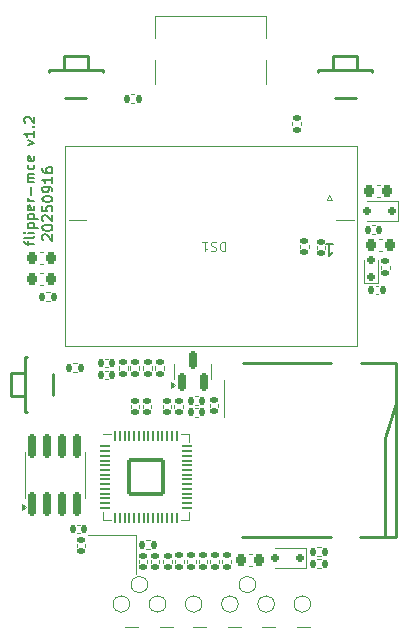
<source format=gbr>
%TF.GenerationSoftware,KiCad,Pcbnew,9.0.0*%
%TF.CreationDate,2025-09-16T23:46:19+02:00*%
%TF.ProjectId,flipper-mce,666c6970-7065-4722-9d6d-63652e6b6963,rev?*%
%TF.SameCoordinates,Original*%
%TF.FileFunction,Legend,Top*%
%TF.FilePolarity,Positive*%
%FSLAX46Y46*%
G04 Gerber Fmt 4.6, Leading zero omitted, Abs format (unit mm)*
G04 Created by KiCad (PCBNEW 9.0.0) date 2025-09-16 23:46:19*
%MOMM*%
%LPD*%
G01*
G04 APERTURE LIST*
G04 Aperture macros list*
%AMRoundRect*
0 Rectangle with rounded corners*
0 $1 Rounding radius*
0 $2 $3 $4 $5 $6 $7 $8 $9 X,Y pos of 4 corners*
0 Add a 4 corners polygon primitive as box body*
4,1,4,$2,$3,$4,$5,$6,$7,$8,$9,$2,$3,0*
0 Add four circle primitives for the rounded corners*
1,1,$1+$1,$2,$3*
1,1,$1+$1,$4,$5*
1,1,$1+$1,$6,$7*
1,1,$1+$1,$8,$9*
0 Add four rect primitives between the rounded corners*
20,1,$1+$1,$2,$3,$4,$5,0*
20,1,$1+$1,$4,$5,$6,$7,0*
20,1,$1+$1,$6,$7,$8,$9,0*
20,1,$1+$1,$8,$9,$2,$3,0*%
G04 Aperture macros list end*
%ADD10C,0.150000*%
%ADD11C,0.125000*%
%ADD12C,0.120000*%
%ADD13C,0.254000*%
%ADD14C,0.102000*%
%ADD15RoundRect,0.140000X-0.140000X-0.170000X0.140000X-0.170000X0.140000X0.170000X-0.140000X0.170000X0*%
%ADD16RoundRect,0.135000X0.185000X-0.135000X0.185000X0.135000X-0.185000X0.135000X-0.185000X-0.135000X0*%
%ADD17RoundRect,0.225000X-0.225000X-0.250000X0.225000X-0.250000X0.225000X0.250000X-0.225000X0.250000X0*%
%ADD18C,1.000000*%
%ADD19RoundRect,0.076200X-0.593701X-1.885878X0.593701X-1.885878X0.593701X1.885878X-0.593701X1.885878X0*%
%ADD20RoundRect,0.076200X-0.593701X-2.339885X0.593701X-2.339885X0.593701X2.339885X-0.593701X2.339885X0*%
%ADD21RoundRect,0.076200X-0.593701X-2.095420X0.593701X-2.095420X0.593701X2.095420X-0.593701X2.095420X0*%
%ADD22RoundRect,0.076200X-0.593701X-1.571565X0.593701X-1.571565X0.593701X1.571565X-0.593701X1.571565X0*%
%ADD23RoundRect,0.050000X0.387500X0.050000X-0.387500X0.050000X-0.387500X-0.050000X0.387500X-0.050000X0*%
%ADD24RoundRect,0.050000X0.050000X0.387500X-0.050000X0.387500X-0.050000X-0.387500X0.050000X-0.387500X0*%
%ADD25RoundRect,0.144000X1.456000X1.456000X-1.456000X1.456000X-1.456000X-1.456000X1.456000X-1.456000X0*%
%ADD26RoundRect,0.135000X-0.185000X0.135000X-0.185000X-0.135000X0.185000X-0.135000X0.185000X0.135000X0*%
%ADD27RoundRect,0.135000X0.135000X0.185000X-0.135000X0.185000X-0.135000X-0.185000X0.135000X-0.185000X0*%
%ADD28RoundRect,0.140000X0.170000X-0.140000X0.170000X0.140000X-0.170000X0.140000X-0.170000X-0.140000X0*%
%ADD29RoundRect,0.140000X-0.170000X0.140000X-0.170000X-0.140000X0.170000X-0.140000X0.170000X0.140000X0*%
%ADD30RoundRect,0.140000X0.140000X0.170000X-0.140000X0.170000X-0.140000X-0.170000X0.140000X-0.170000X0*%
%ADD31RoundRect,0.150000X-0.200000X0.150000X-0.200000X-0.150000X0.200000X-0.150000X0.200000X0.150000X0*%
%ADD32RoundRect,0.135000X-0.135000X-0.185000X0.135000X-0.185000X0.135000X0.185000X-0.135000X0.185000X0*%
%ADD33RoundRect,0.225000X0.225000X0.250000X-0.225000X0.250000X-0.225000X-0.250000X0.225000X-0.250000X0*%
%ADD34RoundRect,0.150000X0.150000X-0.587500X0.150000X0.587500X-0.150000X0.587500X-0.150000X-0.587500X0*%
%ADD35C,0.650000*%
%ADD36R,0.600000X1.450000*%
%ADD37R,0.300000X1.450000*%
%ADD38O,1.000000X2.100000*%
%ADD39O,1.000000X1.600000*%
%ADD40C,0.700000*%
%ADD41R,1.200000X0.900000*%
%ADD42R,1.300000X1.200000*%
%ADD43R,0.900000X1.200000*%
%ADD44R,1.200000X1.300000*%
%ADD45R,1.400000X1.200000*%
%ADD46RoundRect,0.150000X0.150000X-0.825000X0.150000X0.825000X-0.150000X0.825000X-0.150000X-0.825000X0*%
%ADD47C,0.900000*%
%ADD48R,1.300000X0.600000*%
%ADD49R,2.000000X1.200000*%
%ADD50R,0.900000X0.300000*%
%ADD51R,0.250000X1.650000*%
%ADD52RoundRect,0.150000X0.150000X0.175000X-0.150000X0.175000X-0.150000X-0.175000X0.150000X-0.175000X0*%
%ADD53R,0.400000X2.000000*%
G04 APERTURE END LIST*
D10*
X174249129Y-74085411D02*
X174208653Y-74044935D01*
X174208653Y-74044935D02*
X174168177Y-73963982D01*
X174168177Y-73963982D02*
X174168177Y-73761601D01*
X174168177Y-73761601D02*
X174208653Y-73680649D01*
X174208653Y-73680649D02*
X174249129Y-73640173D01*
X174249129Y-73640173D02*
X174330081Y-73599696D01*
X174330081Y-73599696D02*
X174411034Y-73599696D01*
X174411034Y-73599696D02*
X174532462Y-73640173D01*
X174532462Y-73640173D02*
X175018177Y-74125887D01*
X175018177Y-74125887D02*
X175018177Y-73599696D01*
X174168177Y-73073506D02*
X174168177Y-72992553D01*
X174168177Y-72992553D02*
X174208653Y-72911601D01*
X174208653Y-72911601D02*
X174249129Y-72871125D01*
X174249129Y-72871125D02*
X174330081Y-72830649D01*
X174330081Y-72830649D02*
X174491986Y-72790172D01*
X174491986Y-72790172D02*
X174694367Y-72790172D01*
X174694367Y-72790172D02*
X174856272Y-72830649D01*
X174856272Y-72830649D02*
X174937224Y-72871125D01*
X174937224Y-72871125D02*
X174977701Y-72911601D01*
X174977701Y-72911601D02*
X175018177Y-72992553D01*
X175018177Y-72992553D02*
X175018177Y-73073506D01*
X175018177Y-73073506D02*
X174977701Y-73154458D01*
X174977701Y-73154458D02*
X174937224Y-73194934D01*
X174937224Y-73194934D02*
X174856272Y-73235411D01*
X174856272Y-73235411D02*
X174694367Y-73275887D01*
X174694367Y-73275887D02*
X174491986Y-73275887D01*
X174491986Y-73275887D02*
X174330081Y-73235411D01*
X174330081Y-73235411D02*
X174249129Y-73194934D01*
X174249129Y-73194934D02*
X174208653Y-73154458D01*
X174208653Y-73154458D02*
X174168177Y-73073506D01*
X174249129Y-72466363D02*
X174208653Y-72425887D01*
X174208653Y-72425887D02*
X174168177Y-72344934D01*
X174168177Y-72344934D02*
X174168177Y-72142553D01*
X174168177Y-72142553D02*
X174208653Y-72061601D01*
X174208653Y-72061601D02*
X174249129Y-72021125D01*
X174249129Y-72021125D02*
X174330081Y-71980648D01*
X174330081Y-71980648D02*
X174411034Y-71980648D01*
X174411034Y-71980648D02*
X174532462Y-72021125D01*
X174532462Y-72021125D02*
X175018177Y-72506839D01*
X175018177Y-72506839D02*
X175018177Y-71980648D01*
X174168177Y-71211601D02*
X174168177Y-71616363D01*
X174168177Y-71616363D02*
X174572939Y-71656839D01*
X174572939Y-71656839D02*
X174532462Y-71616363D01*
X174532462Y-71616363D02*
X174491986Y-71535410D01*
X174491986Y-71535410D02*
X174491986Y-71333029D01*
X174491986Y-71333029D02*
X174532462Y-71252077D01*
X174532462Y-71252077D02*
X174572939Y-71211601D01*
X174572939Y-71211601D02*
X174653891Y-71171124D01*
X174653891Y-71171124D02*
X174856272Y-71171124D01*
X174856272Y-71171124D02*
X174937224Y-71211601D01*
X174937224Y-71211601D02*
X174977701Y-71252077D01*
X174977701Y-71252077D02*
X175018177Y-71333029D01*
X175018177Y-71333029D02*
X175018177Y-71535410D01*
X175018177Y-71535410D02*
X174977701Y-71616363D01*
X174977701Y-71616363D02*
X174937224Y-71656839D01*
X174168177Y-70644934D02*
X174168177Y-70563981D01*
X174168177Y-70563981D02*
X174208653Y-70483029D01*
X174208653Y-70483029D02*
X174249129Y-70442553D01*
X174249129Y-70442553D02*
X174330081Y-70402077D01*
X174330081Y-70402077D02*
X174491986Y-70361600D01*
X174491986Y-70361600D02*
X174694367Y-70361600D01*
X174694367Y-70361600D02*
X174856272Y-70402077D01*
X174856272Y-70402077D02*
X174937224Y-70442553D01*
X174937224Y-70442553D02*
X174977701Y-70483029D01*
X174977701Y-70483029D02*
X175018177Y-70563981D01*
X175018177Y-70563981D02*
X175018177Y-70644934D01*
X175018177Y-70644934D02*
X174977701Y-70725886D01*
X174977701Y-70725886D02*
X174937224Y-70766362D01*
X174937224Y-70766362D02*
X174856272Y-70806839D01*
X174856272Y-70806839D02*
X174694367Y-70847315D01*
X174694367Y-70847315D02*
X174491986Y-70847315D01*
X174491986Y-70847315D02*
X174330081Y-70806839D01*
X174330081Y-70806839D02*
X174249129Y-70766362D01*
X174249129Y-70766362D02*
X174208653Y-70725886D01*
X174208653Y-70725886D02*
X174168177Y-70644934D01*
X175018177Y-69956838D02*
X175018177Y-69794934D01*
X175018177Y-69794934D02*
X174977701Y-69713981D01*
X174977701Y-69713981D02*
X174937224Y-69673505D01*
X174937224Y-69673505D02*
X174815796Y-69592553D01*
X174815796Y-69592553D02*
X174653891Y-69552076D01*
X174653891Y-69552076D02*
X174330081Y-69552076D01*
X174330081Y-69552076D02*
X174249129Y-69592553D01*
X174249129Y-69592553D02*
X174208653Y-69633029D01*
X174208653Y-69633029D02*
X174168177Y-69713981D01*
X174168177Y-69713981D02*
X174168177Y-69875886D01*
X174168177Y-69875886D02*
X174208653Y-69956838D01*
X174208653Y-69956838D02*
X174249129Y-69997315D01*
X174249129Y-69997315D02*
X174330081Y-70037791D01*
X174330081Y-70037791D02*
X174532462Y-70037791D01*
X174532462Y-70037791D02*
X174613415Y-69997315D01*
X174613415Y-69997315D02*
X174653891Y-69956838D01*
X174653891Y-69956838D02*
X174694367Y-69875886D01*
X174694367Y-69875886D02*
X174694367Y-69713981D01*
X174694367Y-69713981D02*
X174653891Y-69633029D01*
X174653891Y-69633029D02*
X174613415Y-69592553D01*
X174613415Y-69592553D02*
X174532462Y-69552076D01*
X175018177Y-68742552D02*
X175018177Y-69228267D01*
X175018177Y-68985410D02*
X174168177Y-68985410D01*
X174168177Y-68985410D02*
X174289605Y-69066362D01*
X174289605Y-69066362D02*
X174370558Y-69147314D01*
X174370558Y-69147314D02*
X174411034Y-69228267D01*
X174168177Y-68013981D02*
X174168177Y-68175886D01*
X174168177Y-68175886D02*
X174208653Y-68256838D01*
X174208653Y-68256838D02*
X174249129Y-68297314D01*
X174249129Y-68297314D02*
X174370558Y-68378267D01*
X174370558Y-68378267D02*
X174532462Y-68418743D01*
X174532462Y-68418743D02*
X174856272Y-68418743D01*
X174856272Y-68418743D02*
X174937224Y-68378267D01*
X174937224Y-68378267D02*
X174977701Y-68337790D01*
X174977701Y-68337790D02*
X175018177Y-68256838D01*
X175018177Y-68256838D02*
X175018177Y-68094933D01*
X175018177Y-68094933D02*
X174977701Y-68013981D01*
X174977701Y-68013981D02*
X174937224Y-67973505D01*
X174937224Y-67973505D02*
X174856272Y-67933028D01*
X174856272Y-67933028D02*
X174653891Y-67933028D01*
X174653891Y-67933028D02*
X174572939Y-67973505D01*
X174572939Y-67973505D02*
X174532462Y-68013981D01*
X174532462Y-68013981D02*
X174491986Y-68094933D01*
X174491986Y-68094933D02*
X174491986Y-68256838D01*
X174491986Y-68256838D02*
X174532462Y-68337790D01*
X174532462Y-68337790D02*
X174572939Y-68378267D01*
X174572939Y-68378267D02*
X174653891Y-68418743D01*
X172921510Y-74496363D02*
X172921510Y-74172554D01*
X173488177Y-74374935D02*
X172759605Y-74374935D01*
X172759605Y-74374935D02*
X172678653Y-74334458D01*
X172678653Y-74334458D02*
X172638177Y-74253506D01*
X172638177Y-74253506D02*
X172638177Y-74172554D01*
X173488177Y-73767792D02*
X173447701Y-73848744D01*
X173447701Y-73848744D02*
X173366748Y-73889221D01*
X173366748Y-73889221D02*
X172638177Y-73889221D01*
X173488177Y-73443983D02*
X172921510Y-73443983D01*
X172638177Y-73443983D02*
X172678653Y-73484459D01*
X172678653Y-73484459D02*
X172719129Y-73443983D01*
X172719129Y-73443983D02*
X172678653Y-73403506D01*
X172678653Y-73403506D02*
X172638177Y-73443983D01*
X172638177Y-73443983D02*
X172719129Y-73443983D01*
X172921510Y-73039221D02*
X173771510Y-73039221D01*
X172961986Y-73039221D02*
X172921510Y-72958268D01*
X172921510Y-72958268D02*
X172921510Y-72796363D01*
X172921510Y-72796363D02*
X172961986Y-72715411D01*
X172961986Y-72715411D02*
X173002462Y-72674935D01*
X173002462Y-72674935D02*
X173083415Y-72634459D01*
X173083415Y-72634459D02*
X173326272Y-72634459D01*
X173326272Y-72634459D02*
X173407224Y-72674935D01*
X173407224Y-72674935D02*
X173447701Y-72715411D01*
X173447701Y-72715411D02*
X173488177Y-72796363D01*
X173488177Y-72796363D02*
X173488177Y-72958268D01*
X173488177Y-72958268D02*
X173447701Y-73039221D01*
X172921510Y-72270173D02*
X173771510Y-72270173D01*
X172961986Y-72270173D02*
X172921510Y-72189220D01*
X172921510Y-72189220D02*
X172921510Y-72027315D01*
X172921510Y-72027315D02*
X172961986Y-71946363D01*
X172961986Y-71946363D02*
X173002462Y-71905887D01*
X173002462Y-71905887D02*
X173083415Y-71865411D01*
X173083415Y-71865411D02*
X173326272Y-71865411D01*
X173326272Y-71865411D02*
X173407224Y-71905887D01*
X173407224Y-71905887D02*
X173447701Y-71946363D01*
X173447701Y-71946363D02*
X173488177Y-72027315D01*
X173488177Y-72027315D02*
X173488177Y-72189220D01*
X173488177Y-72189220D02*
X173447701Y-72270173D01*
X173447701Y-71177315D02*
X173488177Y-71258267D01*
X173488177Y-71258267D02*
X173488177Y-71420172D01*
X173488177Y-71420172D02*
X173447701Y-71501125D01*
X173447701Y-71501125D02*
X173366748Y-71541601D01*
X173366748Y-71541601D02*
X173042939Y-71541601D01*
X173042939Y-71541601D02*
X172961986Y-71501125D01*
X172961986Y-71501125D02*
X172921510Y-71420172D01*
X172921510Y-71420172D02*
X172921510Y-71258267D01*
X172921510Y-71258267D02*
X172961986Y-71177315D01*
X172961986Y-71177315D02*
X173042939Y-71136839D01*
X173042939Y-71136839D02*
X173123891Y-71136839D01*
X173123891Y-71136839D02*
X173204843Y-71541601D01*
X173488177Y-70772554D02*
X172921510Y-70772554D01*
X173083415Y-70772554D02*
X173002462Y-70732077D01*
X173002462Y-70732077D02*
X172961986Y-70691601D01*
X172961986Y-70691601D02*
X172921510Y-70610649D01*
X172921510Y-70610649D02*
X172921510Y-70529696D01*
X173164367Y-70246364D02*
X173164367Y-69598745D01*
X173488177Y-69193983D02*
X172921510Y-69193983D01*
X173002462Y-69193983D02*
X172961986Y-69153506D01*
X172961986Y-69153506D02*
X172921510Y-69072554D01*
X172921510Y-69072554D02*
X172921510Y-68951125D01*
X172921510Y-68951125D02*
X172961986Y-68870173D01*
X172961986Y-68870173D02*
X173042939Y-68829697D01*
X173042939Y-68829697D02*
X173488177Y-68829697D01*
X173042939Y-68829697D02*
X172961986Y-68789221D01*
X172961986Y-68789221D02*
X172921510Y-68708268D01*
X172921510Y-68708268D02*
X172921510Y-68586840D01*
X172921510Y-68586840D02*
X172961986Y-68505887D01*
X172961986Y-68505887D02*
X173042939Y-68465411D01*
X173042939Y-68465411D02*
X173488177Y-68465411D01*
X173447701Y-67696364D02*
X173488177Y-67777316D01*
X173488177Y-67777316D02*
X173488177Y-67939221D01*
X173488177Y-67939221D02*
X173447701Y-68020173D01*
X173447701Y-68020173D02*
X173407224Y-68060650D01*
X173407224Y-68060650D02*
X173326272Y-68101126D01*
X173326272Y-68101126D02*
X173083415Y-68101126D01*
X173083415Y-68101126D02*
X173002462Y-68060650D01*
X173002462Y-68060650D02*
X172961986Y-68020173D01*
X172961986Y-68020173D02*
X172921510Y-67939221D01*
X172921510Y-67939221D02*
X172921510Y-67777316D01*
X172921510Y-67777316D02*
X172961986Y-67696364D01*
X173447701Y-67008269D02*
X173488177Y-67089221D01*
X173488177Y-67089221D02*
X173488177Y-67251126D01*
X173488177Y-67251126D02*
X173447701Y-67332079D01*
X173447701Y-67332079D02*
X173366748Y-67372555D01*
X173366748Y-67372555D02*
X173042939Y-67372555D01*
X173042939Y-67372555D02*
X172961986Y-67332079D01*
X172961986Y-67332079D02*
X172921510Y-67251126D01*
X172921510Y-67251126D02*
X172921510Y-67089221D01*
X172921510Y-67089221D02*
X172961986Y-67008269D01*
X172961986Y-67008269D02*
X173042939Y-66967793D01*
X173042939Y-66967793D02*
X173123891Y-66967793D01*
X173123891Y-66967793D02*
X173204843Y-67372555D01*
X172921510Y-66036841D02*
X173488177Y-65834460D01*
X173488177Y-65834460D02*
X172921510Y-65632079D01*
X173488177Y-64863031D02*
X173488177Y-65348746D01*
X173488177Y-65105889D02*
X172638177Y-65105889D01*
X172638177Y-65105889D02*
X172759605Y-65186841D01*
X172759605Y-65186841D02*
X172840558Y-65267793D01*
X172840558Y-65267793D02*
X172881034Y-65348746D01*
X173407224Y-64498746D02*
X173447701Y-64458269D01*
X173447701Y-64458269D02*
X173488177Y-64498746D01*
X173488177Y-64498746D02*
X173447701Y-64539222D01*
X173447701Y-64539222D02*
X173407224Y-64498746D01*
X173407224Y-64498746D02*
X173488177Y-64498746D01*
X172719129Y-64134460D02*
X172678653Y-64093984D01*
X172678653Y-64093984D02*
X172638177Y-64013031D01*
X172638177Y-64013031D02*
X172638177Y-63810650D01*
X172638177Y-63810650D02*
X172678653Y-63729698D01*
X172678653Y-63729698D02*
X172719129Y-63689222D01*
X172719129Y-63689222D02*
X172800081Y-63648745D01*
X172800081Y-63648745D02*
X172881034Y-63648745D01*
X172881034Y-63648745D02*
X173002462Y-63689222D01*
X173002462Y-63689222D02*
X173488177Y-64174936D01*
X173488177Y-64174936D02*
X173488177Y-63648745D01*
D11*
X189644428Y-74226404D02*
X189644428Y-75026404D01*
X189644428Y-75026404D02*
X189453952Y-75026404D01*
X189453952Y-75026404D02*
X189339666Y-74988309D01*
X189339666Y-74988309D02*
X189263476Y-74912119D01*
X189263476Y-74912119D02*
X189225381Y-74835928D01*
X189225381Y-74835928D02*
X189187285Y-74683547D01*
X189187285Y-74683547D02*
X189187285Y-74569261D01*
X189187285Y-74569261D02*
X189225381Y-74416880D01*
X189225381Y-74416880D02*
X189263476Y-74340690D01*
X189263476Y-74340690D02*
X189339666Y-74264500D01*
X189339666Y-74264500D02*
X189453952Y-74226404D01*
X189453952Y-74226404D02*
X189644428Y-74226404D01*
X188882524Y-74264500D02*
X188768238Y-74226404D01*
X188768238Y-74226404D02*
X188577762Y-74226404D01*
X188577762Y-74226404D02*
X188501571Y-74264500D01*
X188501571Y-74264500D02*
X188463476Y-74302595D01*
X188463476Y-74302595D02*
X188425381Y-74378785D01*
X188425381Y-74378785D02*
X188425381Y-74454976D01*
X188425381Y-74454976D02*
X188463476Y-74531166D01*
X188463476Y-74531166D02*
X188501571Y-74569261D01*
X188501571Y-74569261D02*
X188577762Y-74607357D01*
X188577762Y-74607357D02*
X188730143Y-74645452D01*
X188730143Y-74645452D02*
X188806333Y-74683547D01*
X188806333Y-74683547D02*
X188844428Y-74721642D01*
X188844428Y-74721642D02*
X188882524Y-74797833D01*
X188882524Y-74797833D02*
X188882524Y-74874023D01*
X188882524Y-74874023D02*
X188844428Y-74950214D01*
X188844428Y-74950214D02*
X188806333Y-74988309D01*
X188806333Y-74988309D02*
X188730143Y-75026404D01*
X188730143Y-75026404D02*
X188539666Y-75026404D01*
X188539666Y-75026404D02*
X188425381Y-74988309D01*
X187663476Y-74226404D02*
X188120619Y-74226404D01*
X187892047Y-74226404D02*
X187892047Y-75026404D01*
X187892047Y-75026404D02*
X187968238Y-74912119D01*
X187968238Y-74912119D02*
X188044428Y-74835928D01*
X188044428Y-74835928D02*
X188120619Y-74797833D01*
D10*
X198182411Y-74420180D02*
X198753839Y-74420180D01*
X198468125Y-74420180D02*
X198468125Y-75420180D01*
X198468125Y-75420180D02*
X198563363Y-75277323D01*
X198563363Y-75277323D02*
X198658601Y-75182085D01*
X198658601Y-75182085D02*
X198753839Y-75134466D01*
D12*
%TO.C,C13*%
X202092164Y-72840000D02*
X202307836Y-72840000D01*
X202092164Y-73560000D02*
X202307836Y-73560000D01*
%TO.C,R16*%
X188380000Y-101443641D02*
X188380000Y-101136359D01*
X189140000Y-101443641D02*
X189140000Y-101136359D01*
%TO.C,C17*%
X191619420Y-100690000D02*
X191900580Y-100690000D01*
X191619420Y-101710000D02*
X191900580Y-101710000D01*
%TO.C,TP5*%
X192216000Y-103251000D02*
G75*
G02*
X190816000Y-103251000I-700000J0D01*
G01*
X190816000Y-103251000D02*
G75*
G02*
X192216000Y-103251000I700000J0D01*
G01*
%TO.C,R12*%
X186380000Y-101443641D02*
X186380000Y-101136359D01*
X187140000Y-101443641D02*
X187140000Y-101136359D01*
%TO.C,U3*%
X179320000Y-97762000D02*
X179320000Y-97112000D01*
X179970000Y-90542000D02*
X179320000Y-90542000D01*
X179970000Y-97762000D02*
X179320000Y-97762000D01*
X185890000Y-90542000D02*
X186540000Y-90542000D01*
X185890000Y-97762000D02*
X186540000Y-97762000D01*
X186540000Y-90542000D02*
X186540000Y-91192000D01*
X186540000Y-97762000D02*
X186540000Y-97112000D01*
%TO.C,R4*%
X182720000Y-84746359D02*
X182720000Y-85053641D01*
X183480000Y-84746359D02*
X183480000Y-85053641D01*
%TO.C,R18*%
X197713641Y-101110000D02*
X197406359Y-101110000D01*
X197713641Y-101870000D02*
X197406359Y-101870000D01*
%TO.C,C8*%
X185340000Y-88287836D02*
X185340000Y-88072164D01*
X186060000Y-88287836D02*
X186060000Y-88072164D01*
%TO.C,C1*%
X183340000Y-101192164D02*
X183340000Y-101407836D01*
X184060000Y-101192164D02*
X184060000Y-101407836D01*
%TO.C,TP4*%
X183072000Y-103251000D02*
G75*
G02*
X181672000Y-103251000I-700000J0D01*
G01*
X181672000Y-103251000D02*
G75*
G02*
X183072000Y-103251000I700000J0D01*
G01*
%TO.C,R5*%
X183720000Y-84746359D02*
X183720000Y-85053641D01*
X184480000Y-84746359D02*
X184480000Y-85053641D01*
%TO.C,C5*%
X179707836Y-84140000D02*
X179492164Y-84140000D01*
X179707836Y-84860000D02*
X179492164Y-84860000D01*
%TO.C,C15*%
X195982000Y-74540164D02*
X195982000Y-74755836D01*
X196702000Y-74540164D02*
X196702000Y-74755836D01*
%TO.C,R7*%
X181620000Y-85053641D02*
X181620000Y-84746359D01*
X182380000Y-85053641D02*
X182380000Y-84746359D01*
%TO.C,TP7*%
X190740000Y-104902000D02*
G75*
G02*
X189340000Y-104902000I-700000J0D01*
G01*
X189340000Y-104902000D02*
G75*
G02*
X190740000Y-104902000I700000J0D01*
G01*
%TO.C,C19*%
X177060000Y-100037836D02*
X177060000Y-99822164D01*
X177780000Y-100037836D02*
X177780000Y-99822164D01*
%TO.C,D4*%
X201400000Y-75800000D02*
X201400000Y-77760000D01*
X201400000Y-77760000D02*
X202600000Y-77760000D01*
X202600000Y-75800000D02*
X202600000Y-77760000D01*
%TO.C,R11*%
X185380000Y-101443641D02*
X185380000Y-101136359D01*
X186140000Y-101443641D02*
X186140000Y-101136359D01*
%TO.C,R10*%
X183253641Y-99520000D02*
X182946359Y-99520000D01*
X183253641Y-100280000D02*
X182946359Y-100280000D01*
%TO.C,C7*%
X184400000Y-101182164D02*
X184400000Y-101397836D01*
X185120000Y-101182164D02*
X185120000Y-101397836D01*
%TO.C,R9*%
X197406359Y-100110000D02*
X197713641Y-100110000D01*
X197406359Y-100870000D02*
X197713641Y-100870000D01*
%TO.C,C3*%
X187092164Y-88320000D02*
X187307836Y-88320000D01*
X187092164Y-89040000D02*
X187307836Y-89040000D01*
%TO.C,C16*%
X202740580Y-69390000D02*
X202459420Y-69390000D01*
X202740580Y-70410000D02*
X202459420Y-70410000D01*
%TO.C,C10*%
X187092164Y-87320000D02*
X187307836Y-87320000D01*
X187092164Y-88040000D02*
X187307836Y-88040000D01*
%TO.C,C2*%
X181640000Y-88287836D02*
X181640000Y-88072164D01*
X182360000Y-88287836D02*
X182360000Y-88072164D01*
%TO.C,C11*%
X174230580Y-75072000D02*
X173949420Y-75072000D01*
X174230580Y-76092000D02*
X173949420Y-76092000D01*
%TO.C,C6*%
X179707836Y-85140000D02*
X179492164Y-85140000D01*
X179707836Y-85860000D02*
X179492164Y-85860000D01*
%TO.C,R2*%
X195320000Y-64066359D02*
X195320000Y-64373641D01*
X196080000Y-64066359D02*
X196080000Y-64373641D01*
%TO.C,TP8*%
X193804000Y-104902000D02*
G75*
G02*
X192404000Y-104902000I-700000J0D01*
G01*
X192404000Y-104902000D02*
G75*
G02*
X193804000Y-104902000I700000J0D01*
G01*
%TO.C,U2*%
X185340000Y-85200000D02*
X185340000Y-84550000D01*
X185340000Y-85200000D02*
X185340000Y-85850000D01*
X188460000Y-85200000D02*
X188460000Y-84550000D01*
X188460000Y-85200000D02*
X188460000Y-85850000D01*
X185390000Y-86362500D02*
X185060000Y-86602500D01*
X185060000Y-86122500D01*
X185390000Y-86362500D01*
G36*
X185390000Y-86362500D02*
G01*
X185060000Y-86602500D01*
X185060000Y-86122500D01*
X185390000Y-86362500D01*
G37*
%TO.C,R15*%
X174471359Y-78487000D02*
X174778641Y-78487000D01*
X174471359Y-79247000D02*
X174778641Y-79247000D01*
%TO.C,C18*%
X202639420Y-73990000D02*
X202920580Y-73990000D01*
X202639420Y-75010000D02*
X202920580Y-75010000D01*
%TO.C,R14*%
X189380000Y-101443641D02*
X189380000Y-101136359D01*
X190140000Y-101443641D02*
X190140000Y-101136359D01*
%TO.C,C9*%
X184340000Y-88287836D02*
X184340000Y-88072164D01*
X185060000Y-88287836D02*
X185060000Y-88072164D01*
%TO.C,R6*%
X202820000Y-76553641D02*
X202820000Y-76246359D01*
X203580000Y-76553641D02*
X203580000Y-76246359D01*
%TO.C,TP1*%
X196868000Y-104902000D02*
G75*
G02*
X195468000Y-104902000I-700000J0D01*
G01*
X195468000Y-104902000D02*
G75*
G02*
X196868000Y-104902000I700000J0D01*
G01*
%TO.C,C12*%
X197379000Y-74596164D02*
X197379000Y-74811836D01*
X198099000Y-74596164D02*
X198099000Y-74811836D01*
%TO.C,J3*%
X183700000Y-56978000D02*
X183700000Y-55078000D01*
X183700000Y-60878000D02*
X183700000Y-58878000D01*
X193100000Y-55078000D02*
X183700000Y-55078000D01*
X193100000Y-56978000D02*
X193100000Y-55078000D01*
X193100000Y-60878000D02*
X193100000Y-58878000D01*
D13*
%TO.C,SW3*%
X171525000Y-85300000D02*
X172725000Y-85300000D01*
X171525000Y-87300000D02*
X171525000Y-85300000D01*
X171525000Y-87300000D02*
X172725000Y-87300000D01*
X172725000Y-84000000D02*
X172863000Y-84000000D01*
X172725000Y-88600000D02*
X172725000Y-84000000D01*
X172863000Y-88600000D02*
X172725000Y-88600000D01*
X175025000Y-87189000D02*
X175025000Y-85411000D01*
D12*
%TO.C,TP2*%
X181548000Y-104902000D02*
G75*
G02*
X180148000Y-104902000I-700000J0D01*
G01*
X180148000Y-104902000D02*
G75*
G02*
X181548000Y-104902000I700000J0D01*
G01*
%TO.C,C22*%
X202392164Y-77940000D02*
X202607836Y-77940000D01*
X202392164Y-78660000D02*
X202607836Y-78660000D01*
%TO.C,C14*%
X188340000Y-87992164D02*
X188340000Y-88207836D01*
X189060000Y-87992164D02*
X189060000Y-88207836D01*
%TO.C,R8*%
X180620000Y-85053641D02*
X180620000Y-84746359D01*
X181380000Y-85053641D02*
X181380000Y-84746359D01*
%TO.C,C20*%
X182340000Y-101192164D02*
X182340000Y-101407836D01*
X183060000Y-101192164D02*
X183060000Y-101407836D01*
%TO.C,R13*%
X187380000Y-101443641D02*
X187380000Y-101136359D01*
X188140000Y-101443641D02*
X188140000Y-101136359D01*
%TO.C,C23*%
X182640000Y-88287836D02*
X182640000Y-88072164D01*
X183360000Y-88287836D02*
X183360000Y-88072164D01*
D13*
%TO.C,SW2*%
X174700000Y-59725000D02*
X179300000Y-59725000D01*
X174700000Y-59863000D02*
X174700000Y-59725000D01*
X176000000Y-58525000D02*
X176000000Y-59725000D01*
X176000000Y-58525000D02*
X178000000Y-58525000D01*
X176111000Y-62025000D02*
X177889000Y-62025000D01*
X178000000Y-58525000D02*
X178000000Y-59725000D01*
X179300000Y-59725000D02*
X179300000Y-59863000D01*
D12*
%TO.C,C4*%
X177327836Y-98180000D02*
X177112164Y-98180000D01*
X177327836Y-98900000D02*
X177112164Y-98900000D01*
%TO.C,TP6*%
X187676000Y-104902000D02*
G75*
G02*
X186276000Y-104902000I-700000J0D01*
G01*
X186276000Y-104902000D02*
G75*
G02*
X187676000Y-104902000I700000J0D01*
G01*
%TO.C,Y1*%
X182050000Y-99050000D02*
X178050000Y-99050000D01*
X182050000Y-102350000D02*
X182050000Y-99050000D01*
%TO.C,U4*%
X172670000Y-93992000D02*
X172670000Y-92042000D01*
X172670000Y-93992000D02*
X172670000Y-95942000D01*
X177790000Y-93992000D02*
X177790000Y-92042000D01*
X177790000Y-93992000D02*
X177790000Y-95942000D01*
X172765000Y-96692000D02*
X172435000Y-96932000D01*
X172435000Y-96452000D01*
X172765000Y-96692000D01*
G36*
X172765000Y-96692000D02*
G01*
X172435000Y-96932000D01*
X172435000Y-96452000D01*
X172765000Y-96692000D01*
G37*
D14*
%TO.C,Card1*%
X189528000Y-89037000D02*
X189527000Y-85938000D01*
D13*
X191094000Y-99189000D02*
X198603000Y-99189000D01*
X198603000Y-84457000D02*
X191174000Y-84457000D01*
X201016000Y-99189000D02*
X204064000Y-99189000D01*
X203166000Y-90823000D02*
X204063000Y-87886000D01*
X203167000Y-99189000D02*
X203166000Y-90823000D01*
X203591000Y-99189000D02*
X203167000Y-99189000D01*
X204064000Y-84457000D02*
X201166000Y-84457000D01*
X204064000Y-99189000D02*
X204064000Y-84457000D01*
D12*
%TO.C,D3*%
X196510000Y-100150000D02*
X193850000Y-100150000D01*
X196510000Y-101850000D02*
X193850000Y-101850000D01*
X196510000Y-101850000D02*
X196510000Y-100150000D01*
%TO.C,C21*%
X173949420Y-76833000D02*
X174230580Y-76833000D01*
X173949420Y-77853000D02*
X174230580Y-77853000D01*
%TO.C,R17*%
X177053641Y-84520000D02*
X176746359Y-84520000D01*
X177053641Y-85280000D02*
X176746359Y-85280000D01*
%TO.C,R3*%
X181646359Y-61740000D02*
X181953641Y-61740000D01*
X181646359Y-62500000D02*
X181953641Y-62500000D01*
%TO.C,TP3*%
X184612000Y-104902000D02*
G75*
G02*
X183212000Y-104902000I-700000J0D01*
G01*
X183212000Y-104902000D02*
G75*
G02*
X184612000Y-104902000I700000J0D01*
G01*
D13*
%TO.C,SW1*%
X197500000Y-59725000D02*
X202100000Y-59725000D01*
X197500000Y-59863000D02*
X197500000Y-59725000D01*
X198800000Y-58525000D02*
X198800000Y-59725000D01*
X198800000Y-58525000D02*
X200800000Y-58525000D01*
X198911000Y-62025000D02*
X200689000Y-62025000D01*
X200800000Y-58525000D02*
X200800000Y-59725000D01*
X202100000Y-59725000D02*
X202100000Y-59863000D01*
D12*
%TO.C,D2*%
X204287500Y-70750000D02*
X201627500Y-70750000D01*
X204287500Y-72450000D02*
X201627500Y-72450000D01*
X204287500Y-72450000D02*
X204287500Y-70750000D01*
%TO.C,DS1*%
X176073000Y-66140000D02*
X200813000Y-66140000D01*
X176073000Y-83040000D02*
X176073000Y-66140000D01*
X176073000Y-83040000D02*
X200813000Y-83040000D01*
X176393000Y-72390000D02*
X177893000Y-72390000D01*
X198243000Y-70690000D02*
X198643000Y-70690000D01*
X198443000Y-70290000D02*
X198243000Y-70690000D01*
X198643000Y-70690000D02*
X198443000Y-70290000D01*
X199043000Y-72390000D02*
X200543000Y-72390000D01*
X200813000Y-83040000D02*
X200813000Y-66140000D01*
%TD*%
%LPC*%
D15*
%TO.C,C13*%
X201720000Y-73200000D03*
X202680000Y-73200000D03*
%TD*%
D16*
%TO.C,R16*%
X188760000Y-101800000D03*
X188760000Y-100780000D03*
%TD*%
D17*
%TO.C,C17*%
X190985000Y-101200000D03*
X192535000Y-101200000D03*
%TD*%
D18*
%TO.C,TP5*%
X191516000Y-103251000D03*
%TD*%
D19*
%TO.C,J2*%
X196298152Y-108816962D03*
D20*
X194848152Y-113616962D03*
D21*
X193348152Y-109016962D03*
X191948152Y-113366962D03*
X190498152Y-109016962D03*
X189048152Y-113366962D03*
X187548152Y-109016962D03*
X186148152Y-113366962D03*
X184698152Y-109016962D03*
D20*
X183248152Y-113566962D03*
D21*
X181748152Y-109016962D03*
D22*
X180348152Y-112816962D03*
%TD*%
D16*
%TO.C,R12*%
X186760000Y-101800000D03*
X186760000Y-100780000D03*
%TD*%
D23*
%TO.C,U3*%
X179492500Y-91552000D03*
X179492500Y-91952000D03*
X179492500Y-92352000D03*
X179492500Y-92752000D03*
X179492500Y-93152000D03*
X179492500Y-93552000D03*
X179492500Y-93952000D03*
X179492500Y-94352000D03*
X179492500Y-94752000D03*
X179492500Y-95152000D03*
X179492500Y-95552000D03*
X179492500Y-95952000D03*
X179492500Y-96352000D03*
X179492500Y-96752000D03*
D24*
X180330000Y-97589500D03*
X180730000Y-97589500D03*
X181130000Y-97589500D03*
X181530000Y-97589500D03*
X181930000Y-97589500D03*
X182330000Y-97589500D03*
X182730000Y-97589500D03*
X183130000Y-97589500D03*
X183530000Y-97589500D03*
X183930000Y-97589500D03*
X184330000Y-97589500D03*
X184730000Y-97589500D03*
X185130000Y-97589500D03*
X185530000Y-97589500D03*
D23*
X186367500Y-96752000D03*
X186367500Y-96352000D03*
X186367500Y-95952000D03*
X186367500Y-95552000D03*
X186367500Y-95152000D03*
X186367500Y-94752000D03*
X186367500Y-94352000D03*
X186367500Y-93952000D03*
X186367500Y-93552000D03*
X186367500Y-93152000D03*
X186367500Y-92752000D03*
X186367500Y-92352000D03*
X186367500Y-91952000D03*
X186367500Y-91552000D03*
D24*
X185530000Y-90714500D03*
X185130000Y-90714500D03*
X184730000Y-90714500D03*
X184330000Y-90714500D03*
X183930000Y-90714500D03*
X183530000Y-90714500D03*
X183130000Y-90714500D03*
X182730000Y-90714500D03*
X182330000Y-90714500D03*
X181930000Y-90714500D03*
X181530000Y-90714500D03*
X181130000Y-90714500D03*
X180730000Y-90714500D03*
X180330000Y-90714500D03*
D25*
X182930000Y-94152000D03*
%TD*%
D26*
%TO.C,R4*%
X183100000Y-84390000D03*
X183100000Y-85410000D03*
%TD*%
D27*
%TO.C,R18*%
X198070000Y-101490000D03*
X197050000Y-101490000D03*
%TD*%
D28*
%TO.C,C8*%
X185700000Y-88660000D03*
X185700000Y-87700000D03*
%TD*%
D29*
%TO.C,C1*%
X183700000Y-100820000D03*
X183700000Y-101780000D03*
%TD*%
D18*
%TO.C,TP4*%
X182372000Y-103251000D03*
%TD*%
D26*
%TO.C,R5*%
X184100000Y-84390000D03*
X184100000Y-85410000D03*
%TD*%
D30*
%TO.C,C5*%
X180080000Y-84500000D03*
X179120000Y-84500000D03*
%TD*%
D29*
%TO.C,C15*%
X196342000Y-74168000D03*
X196342000Y-75128000D03*
%TD*%
D16*
%TO.C,R7*%
X182000000Y-85410000D03*
X182000000Y-84390000D03*
%TD*%
D18*
%TO.C,TP7*%
X190040000Y-104902000D03*
%TD*%
D28*
%TO.C,C19*%
X177420000Y-100410000D03*
X177420000Y-99450000D03*
%TD*%
D31*
%TO.C,D4*%
X202000000Y-77200000D03*
X202000000Y-75800000D03*
%TD*%
D16*
%TO.C,R11*%
X185760000Y-101800000D03*
X185760000Y-100780000D03*
%TD*%
D27*
%TO.C,R10*%
X183610000Y-99900000D03*
X182590000Y-99900000D03*
%TD*%
D29*
%TO.C,C7*%
X184760000Y-100810000D03*
X184760000Y-101770000D03*
%TD*%
D32*
%TO.C,R9*%
X197050000Y-100490000D03*
X198070000Y-100490000D03*
%TD*%
D15*
%TO.C,C3*%
X186720000Y-88680000D03*
X187680000Y-88680000D03*
%TD*%
D33*
%TO.C,C16*%
X203375000Y-69900000D03*
X201825000Y-69900000D03*
%TD*%
D15*
%TO.C,C10*%
X186720000Y-87680000D03*
X187680000Y-87680000D03*
%TD*%
D28*
%TO.C,C2*%
X182000000Y-88660000D03*
X182000000Y-87700000D03*
%TD*%
D33*
%TO.C,C11*%
X174865000Y-75582000D03*
X173315000Y-75582000D03*
%TD*%
D30*
%TO.C,C6*%
X180080000Y-85500000D03*
X179120000Y-85500000D03*
%TD*%
D26*
%TO.C,R2*%
X195700000Y-63710000D03*
X195700000Y-64730000D03*
%TD*%
D18*
%TO.C,TP8*%
X193104000Y-104902000D03*
%TD*%
D34*
%TO.C,U2*%
X185950000Y-86137500D03*
X187850000Y-86137500D03*
X186900000Y-84262500D03*
%TD*%
D32*
%TO.C,R15*%
X174115000Y-78867000D03*
X175135000Y-78867000D03*
%TD*%
D17*
%TO.C,C18*%
X202005000Y-74500000D03*
X203555000Y-74500000D03*
%TD*%
D16*
%TO.C,R14*%
X189760000Y-101800000D03*
X189760000Y-100780000D03*
%TD*%
D28*
%TO.C,C9*%
X184700000Y-88660000D03*
X184700000Y-87700000D03*
%TD*%
D16*
%TO.C,R6*%
X203200000Y-76910000D03*
X203200000Y-75890000D03*
%TD*%
D18*
%TO.C,TP1*%
X196168000Y-104902000D03*
%TD*%
D29*
%TO.C,C12*%
X197739000Y-74224000D03*
X197739000Y-75184000D03*
%TD*%
D35*
%TO.C,J3*%
X191290000Y-61578000D03*
X185510000Y-61578000D03*
D36*
X191650000Y-63023000D03*
X190850000Y-63023000D03*
D37*
X189650000Y-63023000D03*
X188650000Y-63023000D03*
X188150000Y-63023000D03*
X187150000Y-63023000D03*
D36*
X185950000Y-63023000D03*
X185150000Y-63023000D03*
X185150000Y-63023000D03*
X185950000Y-63023000D03*
D37*
X186650000Y-63023000D03*
X187650000Y-63023000D03*
X189150000Y-63023000D03*
X190150000Y-63023000D03*
D36*
X190850000Y-63023000D03*
X191650000Y-63023000D03*
D38*
X192720000Y-62108000D03*
D39*
X192720000Y-57928000D03*
D38*
X184080000Y-62108000D03*
D39*
X184080000Y-57928000D03*
%TD*%
D40*
%TO.C,SW3*%
X173625000Y-87150000D03*
X173625000Y-85450000D03*
D41*
X173625000Y-88600000D03*
X173625000Y-84000000D03*
D42*
X175175000Y-87975000D03*
X175175000Y-84625000D03*
%TD*%
D18*
%TO.C,TP2*%
X180848000Y-104902000D03*
%TD*%
D15*
%TO.C,C22*%
X202020000Y-78300000D03*
X202980000Y-78300000D03*
%TD*%
D29*
%TO.C,C14*%
X188700000Y-87620000D03*
X188700000Y-88580000D03*
%TD*%
D16*
%TO.C,R8*%
X181000000Y-85410000D03*
X181000000Y-84390000D03*
%TD*%
D29*
%TO.C,C20*%
X182700000Y-100820000D03*
X182700000Y-101780000D03*
%TD*%
D16*
%TO.C,R13*%
X187760000Y-101800000D03*
X187760000Y-100780000D03*
%TD*%
D28*
%TO.C,C23*%
X183000000Y-88660000D03*
X183000000Y-87700000D03*
%TD*%
D40*
%TO.C,SW2*%
X176150000Y-60625000D03*
X177850000Y-60625000D03*
D43*
X174700000Y-60625000D03*
X179300000Y-60625000D03*
D44*
X175325000Y-62175000D03*
X178675000Y-62175000D03*
%TD*%
D30*
%TO.C,C4*%
X177700000Y-98540000D03*
X176740000Y-98540000D03*
%TD*%
D18*
%TO.C,TP6*%
X186976000Y-104902000D03*
%TD*%
D45*
%TO.C,Y1*%
X181150000Y-99850000D03*
X178950000Y-99850000D03*
X178950000Y-101550000D03*
X181150000Y-101550000D03*
%TD*%
D46*
%TO.C,U4*%
X173325000Y-96467000D03*
X174595000Y-96467000D03*
X175865000Y-96467000D03*
X177135000Y-96467000D03*
X177135000Y-91517000D03*
X175865000Y-91517000D03*
X174595000Y-91517000D03*
X173325000Y-91517000D03*
%TD*%
D47*
%TO.C,Card1*%
X199978000Y-96773000D03*
X199975000Y-88773000D03*
D48*
X189224000Y-89522000D03*
X189224000Y-90622000D03*
X189224000Y-91722000D03*
X189224000Y-92822000D03*
X189224000Y-93922000D03*
X189224000Y-95022000D03*
X189224000Y-96122000D03*
X189224000Y-97222000D03*
X189224000Y-98322000D03*
D45*
X190074000Y-99422000D03*
D49*
X199776000Y-99583000D03*
X199776000Y-84063000D03*
D45*
X190074000Y-84742000D03*
%TD*%
D50*
%TO.C,U5*%
X177500000Y-86450000D03*
X177500000Y-86950000D03*
X177500000Y-87450000D03*
X177500000Y-87950000D03*
X180300000Y-87950000D03*
X180300000Y-87450000D03*
X180300000Y-86950000D03*
X180300000Y-86450000D03*
D51*
X178900000Y-87200000D03*
%TD*%
D52*
%TO.C,D3*%
X195950000Y-101000000D03*
X193850000Y-101000000D03*
%TD*%
D17*
%TO.C,C21*%
X173315000Y-77343000D03*
X174865000Y-77343000D03*
%TD*%
D27*
%TO.C,R17*%
X177410000Y-84900000D03*
X176390000Y-84900000D03*
%TD*%
D32*
%TO.C,R3*%
X181290000Y-62120000D03*
X182310000Y-62120000D03*
%TD*%
D18*
%TO.C,TP3*%
X183912000Y-104902000D03*
%TD*%
D40*
%TO.C,SW1*%
X198950000Y-60625000D03*
X200650000Y-60625000D03*
D43*
X197500000Y-60625000D03*
X202100000Y-60625000D03*
D44*
X198125000Y-62175000D03*
X201475000Y-62175000D03*
%TD*%
D52*
%TO.C,D2*%
X203727500Y-71600000D03*
X201627500Y-71600000D03*
%TD*%
D53*
%TO.C,DS1*%
X198593000Y-72390000D03*
X197893000Y-72390000D03*
X197193000Y-72390000D03*
X196493000Y-72390000D03*
X195793000Y-72390000D03*
X195093000Y-72390000D03*
X194393000Y-72390000D03*
X193693000Y-72390000D03*
X192993000Y-72390000D03*
X192293000Y-72390000D03*
X191593000Y-72390000D03*
X190893000Y-72390000D03*
X190193000Y-72390000D03*
X189493000Y-72390000D03*
X188793000Y-72390000D03*
X188093000Y-72390000D03*
X187393000Y-72390000D03*
X186693000Y-72390000D03*
X185993000Y-72390000D03*
X185293000Y-72390000D03*
X184593000Y-72390000D03*
X183893000Y-72390000D03*
X183193000Y-72390000D03*
X182493000Y-72390000D03*
X181793000Y-72390000D03*
X181093000Y-72390000D03*
X180393000Y-72390000D03*
X179693000Y-72390000D03*
X178993000Y-72390000D03*
X178293000Y-72390000D03*
%TD*%
%LPD*%
M02*

</source>
